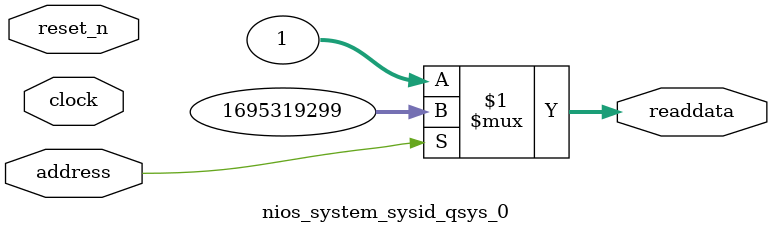
<source format=v>



// synthesis translate_off
`timescale 1ns / 1ps
// synthesis translate_on

// turn off superfluous verilog processor warnings 
// altera message_level Level1 
// altera message_off 10034 10035 10036 10037 10230 10240 10030 

module nios_system_sysid_qsys_0 (
               // inputs:
                address,
                clock,
                reset_n,

               // outputs:
                readdata
             )
;

  output  [ 31: 0] readdata;
  input            address;
  input            clock;
  input            reset_n;

  wire    [ 31: 0] readdata;
  //control_slave, which is an e_avalon_slave
  assign readdata = address ? 1695319299 : 1;

endmodule



</source>
